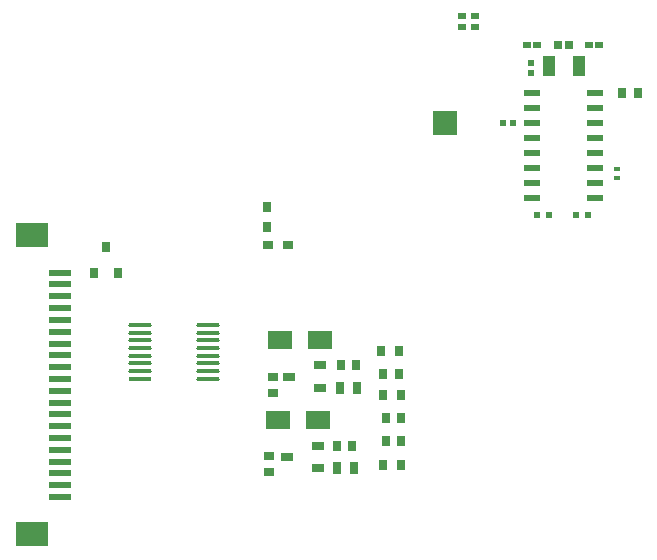
<source format=gbr>
%TF.GenerationSoftware,Altium Limited,Altium Designer,25.7.1 (20)*%
G04 Layer_Color=128*
%FSLAX45Y45*%
%MOMM*%
%TF.SameCoordinates,3376FABF-9249-4748-A69B-BDD9C5401F70*%
%TF.FilePolarity,Positive*%
%TF.FileFunction,Paste,Bot*%
%TF.Part,Single*%
G01*
G75*
%TA.AperFunction,SMDPad,CuDef*%
%ADD13R,0.80000X0.90000*%
%ADD16R,0.90000X0.80000*%
%ADD25R,0.80000X0.95000*%
%ADD27R,0.66040X0.50800*%
%ADD36R,0.80000X1.00000*%
%ADD43R,0.65872X0.81213*%
%ADD44R,0.70000X0.65000*%
%ADD56R,2.00000X1.50000*%
%ADD57R,0.50000X0.60000*%
%TA.AperFunction,ConnectorPad*%
%ADD58R,1.90000X0.60000*%
%ADD59R,2.80000X2.10000*%
%TA.AperFunction,SMDPad,CuDef*%
G04:AMPARAMS|DCode=60|XSize=1.95543mm|YSize=0.42077mm|CornerRadius=0.21038mm|HoleSize=0mm|Usage=FLASHONLY|Rotation=0.000|XOffset=0mm|YOffset=0mm|HoleType=Round|Shape=RoundedRectangle|*
%AMROUNDEDRECTD60*
21,1,1.95543,0.00000,0,0,0.0*
21,1,1.53467,0.42077,0,0,0.0*
1,1,0.42077,0.76733,0.00000*
1,1,0.42077,-0.76733,0.00000*
1,1,0.42077,-0.76733,0.00000*
1,1,0.42077,0.76733,0.00000*
%
%ADD60ROUNDEDRECTD60*%
%ADD61R,0.66000X0.62000*%
%ADD62R,1.39700X0.55880*%
%ADD63R,0.50000X0.40000*%
%ADD64R,0.80000X0.90000*%
%ADD65R,0.95000X0.80000*%
%ADD66R,1.00000X0.80000*%
%ADD67R,1.00000X1.80000*%
%ADD68R,0.57247X0.61535*%
%ADD69R,0.61535X0.57247*%
%ADD70R,2.00000X2.00000*%
%ADD71R,1.95543X0.42077*%
D13*
X790000Y2720000D02*
D03*
X690000Y2500000D02*
D03*
X2150000Y3060000D02*
D03*
Y2890000D02*
D03*
X890000Y2500000D02*
D03*
D16*
X2325000Y2735000D02*
D03*
X2155000D02*
D03*
D25*
X2905000Y1720000D02*
D03*
X2870000Y1030000D02*
D03*
X3155000Y1270000D02*
D03*
X3135000Y1638000D02*
D03*
X3155000Y1078000D02*
D03*
X2740000Y1030000D02*
D03*
X2775000Y1720000D02*
D03*
X3285000Y1078000D02*
D03*
Y1270000D02*
D03*
X3265000Y1638000D02*
D03*
D27*
X3804120Y4580000D02*
D03*
X3915880D02*
D03*
Y4670000D02*
D03*
X3804120D02*
D03*
D36*
X2915000Y1520000D02*
D03*
X2890000Y850001D02*
D03*
X2740000D02*
D03*
X2765000Y1520000D02*
D03*
D43*
X5287671Y4020000D02*
D03*
X5152329D02*
D03*
D44*
X4615000Y4430000D02*
D03*
X4710000D02*
D03*
D56*
X2580000Y1250001D02*
D03*
X2240000D02*
D03*
X2260000Y1930000D02*
D03*
X2600000D02*
D03*
D57*
X4770000Y2990000D02*
D03*
X4870000D02*
D03*
X4540000D02*
D03*
X4440000D02*
D03*
D58*
X397500Y2500002D02*
D03*
Y1800002D02*
D03*
Y1700002D02*
D03*
Y1000002D02*
D03*
Y800002D02*
D03*
Y900002D02*
D03*
Y700002D02*
D03*
Y1300002D02*
D03*
Y1100002D02*
D03*
Y1200002D02*
D03*
Y2000002D02*
D03*
Y2400002D02*
D03*
Y2300002D02*
D03*
Y2200002D02*
D03*
Y2100002D02*
D03*
Y1900002D02*
D03*
Y600002D02*
D03*
Y1400002D02*
D03*
Y1600002D02*
D03*
Y1500002D02*
D03*
D59*
X162500Y2814998D02*
D03*
Y285002D02*
D03*
D60*
X1072461Y1797500D02*
D03*
X1647538Y1732500D02*
D03*
Y1797500D02*
D03*
X1072461Y1667500D02*
D03*
Y1992500D02*
D03*
Y1862500D02*
D03*
Y1927500D02*
D03*
X1647538Y1862500D02*
D03*
X1072461Y2057500D02*
D03*
X1647538Y1667500D02*
D03*
Y1602500D02*
D03*
Y1927500D02*
D03*
X1072461Y1732500D02*
D03*
X1647538Y2057500D02*
D03*
Y1992500D02*
D03*
D61*
X4964000Y4430000D02*
D03*
X4350000D02*
D03*
X4438000D02*
D03*
X4876000D02*
D03*
D62*
X4925430Y3897500D02*
D03*
X4394570Y3389500D02*
D03*
X4925430Y3262500D02*
D03*
Y3389500D02*
D03*
X4394570Y3516500D02*
D03*
X4925430Y3135500D02*
D03*
Y3516500D02*
D03*
Y3643500D02*
D03*
Y3770500D02*
D03*
Y4024500D02*
D03*
X4394570D02*
D03*
Y3897500D02*
D03*
Y3770500D02*
D03*
Y3643500D02*
D03*
Y3262500D02*
D03*
Y3135500D02*
D03*
D63*
X5110000Y3300000D02*
D03*
Y3380000D02*
D03*
D64*
X3120000Y1840000D02*
D03*
X3135000Y870000D02*
D03*
Y1460000D02*
D03*
X3285000Y870000D02*
D03*
Y1460000D02*
D03*
X3270000Y1840000D02*
D03*
D65*
X2200000Y1485000D02*
D03*
X2170000Y815001D02*
D03*
Y945001D02*
D03*
X2200000Y1615000D02*
D03*
D66*
X2320000Y940001D02*
D03*
X2580000Y845001D02*
D03*
Y1035001D02*
D03*
X2340000Y1620000D02*
D03*
X2600000Y1525000D02*
D03*
Y1715000D02*
D03*
D67*
X4540000Y4250000D02*
D03*
X4790000D02*
D03*
D68*
X4390000Y4275713D02*
D03*
Y4190000D02*
D03*
D69*
X4232856Y3770000D02*
D03*
X4147144D02*
D03*
D70*
X3660000D02*
D03*
D71*
X1072461Y1602500D02*
D03*
%TF.MD5,4396692d0d0dc7bff9565bd7e9231f88*%
M02*

</source>
